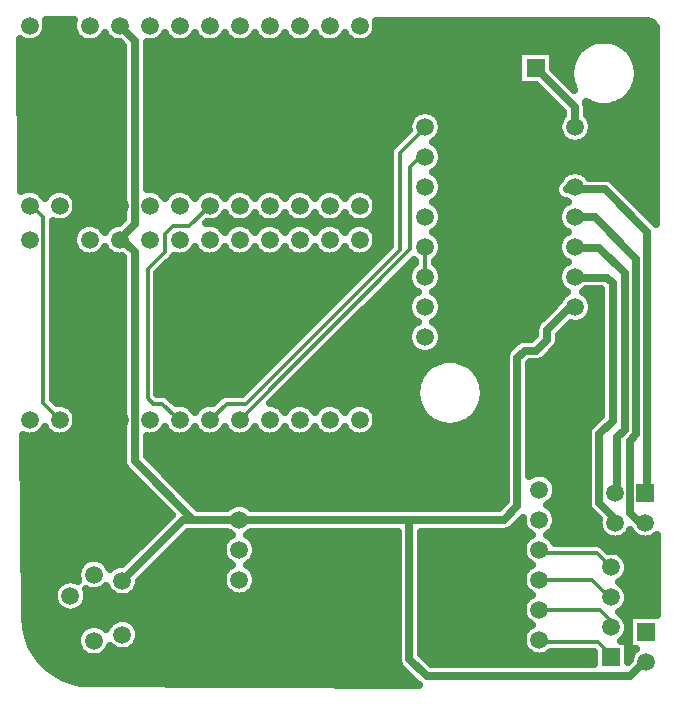
<source format=gbr>
G04 DipTrace 3.2.0.1*
G04 Top.gbr*
%MOIN*%
G04 #@! TF.FileFunction,Copper,L1,Top*
G04 #@! TF.Part,Single*
G04 #@! TA.AperFunction,Conductor*
%ADD13C,0.026*%
%ADD14C,0.012992*%
G04 #@! TA.AperFunction,CopperBalancing*
%ADD15C,0.025*%
G04 #@! TA.AperFunction,ComponentPad*
%ADD17C,0.059055*%
%ADD18R,0.059055X0.059055*%
%ADD19C,0.059055*%
%ADD20C,0.062992*%
%ADD21R,0.062992X0.062992*%
%ADD22R,0.079X0.052*%
G04 #@! TA.AperFunction,ViaPad*
%ADD23C,0.04*%
%FSLAX26Y26*%
G04*
G70*
G90*
G75*
G01*
G04 Top*
%LPD*%
X2521000Y516125D2*
D13*
Y523125D1*
X2467000Y469125D1*
X1789000D1*
X1732000Y526125D1*
Y991125D1*
X1165000D1*
X766000Y1924125D2*
Y1927125D1*
X817000Y1978125D1*
Y2587125D1*
X766000Y2638125D1*
X1165000Y991125D2*
X978000D1*
X775000Y788125D1*
X2284000Y1700125D2*
X2267000D1*
X2191000Y1624125D1*
Y1591125D1*
X2155000Y1555125D1*
X2116000D1*
X2092000Y1531125D1*
Y1036125D1*
X2047000Y991125D1*
X1165000D1*
X766000Y1924125D2*
X775000D1*
X817000Y1882125D1*
Y1186125D1*
X1012000Y991125D1*
X1165000D1*
X466000Y2038125D2*
D14*
X457000Y2029125D1*
X451000D1*
X469000Y2047125D1*
X481000D1*
Y2029125D1*
X511000Y1999125D1*
Y1379125D1*
X566000Y1324125D1*
X2284000Y2300125D2*
D13*
Y2366125D1*
X2153000Y2497125D1*
X1066000Y2038125D2*
D14*
X997000Y1969125D1*
X943000D1*
X916000Y1942125D1*
Y1885125D1*
X859000Y1828125D1*
Y1396125D1*
X877000Y1378125D1*
X907000D1*
X946000Y1339125D1*
Y1315125D1*
X957000D1*
X966000Y1324125D1*
X1784000Y1900125D2*
Y1800125D1*
Y2200125D2*
X1768000D1*
X1735000Y2167125D1*
Y1893125D1*
X1166000Y1324125D1*
X2404000Y532125D2*
Y556125D1*
X2401000Y553125D1*
Y544125D1*
X2362000Y583125D1*
X2165000D1*
Y591125D1*
X2404000Y632125D2*
Y655125D1*
X2368000Y691125D1*
X2165000D1*
X2404000Y732125D2*
Y712125D1*
X2401000Y715125D1*
Y730125D1*
X2340000Y791125D1*
X2165000D1*
X2404000Y832125D2*
X2386000D1*
Y850125D1*
X2356000Y880125D1*
X2149000D1*
X2160000Y891125D1*
X2165000D1*
X1784000Y2300125D2*
X1787000D1*
X1699000Y2212125D1*
Y1891125D1*
X1186000Y1378125D1*
X1123000D1*
X1081000Y1336125D1*
Y1324125D1*
X1066000D1*
X2418000Y981125D2*
D13*
X2432000D1*
X2365000Y1048125D1*
Y1276125D1*
X2410000Y1321125D1*
Y1780125D1*
X2392000Y1798125D1*
X2282000D1*
X2284000Y1800125D1*
X2418000Y1081125D2*
X2425000Y1088125D1*
Y1267125D1*
X2449000Y1291125D1*
Y1813125D1*
X2365000Y1897125D1*
X2281000D1*
X2284000Y1900125D1*
X2518000Y981125D2*
X2501000D1*
X2467000Y1015125D1*
Y1255125D1*
X2488000Y1276125D1*
Y1861125D1*
X2349000Y2000125D1*
X2284000D1*
X2518000Y1081125D2*
X2524000Y1087125D1*
Y1951125D1*
X2383000Y2092125D1*
X2257000D1*
X2265000Y2100125D1*
X2284000D1*
D23*
X724000Y2446125D3*
Y2311125D3*
X898000Y2455125D3*
X895000Y2368125D3*
X943000Y1201125D3*
X1081000Y1099125D3*
X751000Y1234125D3*
X694000Y1201125D3*
X1867000Y643125D3*
X1897000Y724125D3*
X2062000Y1792125D3*
X2050000Y1636125D3*
X2053000Y1984125D3*
X1036000Y802125D3*
X2275000Y1111125D3*
X2248000Y1039125D3*
X1213000Y2302125D3*
X1339000Y2296125D3*
X1537000Y1615125D3*
X1390000Y1681125D3*
X1465000Y1513125D3*
X1279000Y1555125D3*
X964000Y1666125D3*
X715000Y1687125D3*
X955000Y1531125D3*
X730000Y1525125D3*
X524442Y2641139D2*
D15*
X607538D1*
X1624437D2*
X2544962D1*
X520101Y2616270D2*
X611916D1*
X1620094D2*
X2552030D1*
X499432Y2591402D2*
X632585D1*
X699413D2*
X732594D1*
X899432D2*
X932577D1*
X999406D2*
X1032587D1*
X1099415D2*
X1132596D1*
X1199424D2*
X1232570D1*
X1299433D2*
X1332579D1*
X1399407D2*
X1432588D1*
X1499416D2*
X1532597D1*
X1599425D2*
X2368591D1*
X2391425D2*
X2552067D1*
X436024Y2566533D2*
X775009D1*
X858991D2*
X2306475D1*
X2453541D2*
X2552102D1*
X436276Y2541664D2*
X775009D1*
X858991D2*
X2092497D1*
X2213512D2*
X2283832D1*
X2476184D2*
X2552138D1*
X436491Y2516795D2*
X775009D1*
X858991D2*
X2092497D1*
X2213512D2*
X2271345D1*
X2488635D2*
X2552175D1*
X436706Y2491927D2*
X775009D1*
X858991D2*
X2092497D1*
X2216562D2*
X2265604D1*
X2494412D2*
X2552210D1*
X436921Y2467058D2*
X775009D1*
X858991D2*
X2092497D1*
X2241429D2*
X2265531D1*
X2494484D2*
X2552245D1*
X437136Y2442189D2*
X775009D1*
X858991D2*
X2092497D1*
X2488887D2*
X2552282D1*
X437352Y2417320D2*
X775009D1*
X858991D2*
X2174457D1*
X2476650D2*
X2552318D1*
X437602Y2392452D2*
X775009D1*
X858991D2*
X2199325D1*
X2454438D2*
X2552318D1*
X437818Y2367583D2*
X775009D1*
X858991D2*
X2224193D1*
X2325972D2*
X2361881D1*
X2398135D2*
X2552353D1*
X438034Y2342714D2*
X775009D1*
X858991D2*
X1745102D1*
X1822912D2*
X2241991D1*
X2326008D2*
X2552390D1*
X438249Y2317845D2*
X775009D1*
X858991D2*
X1728345D1*
X1839634D2*
X2228356D1*
X2339644D2*
X2552425D1*
X438465Y2292976D2*
X775009D1*
X858991D2*
X1725941D1*
X1842073D2*
X2225915D1*
X2342084D2*
X2552461D1*
X438680Y2268108D2*
X775009D1*
X858991D2*
X1705810D1*
X1832493D2*
X2235531D1*
X2332467D2*
X2552497D1*
X438930Y2243239D2*
X775009D1*
X858991D2*
X1680942D1*
X1822266D2*
X2552533D1*
X439146Y2218370D2*
X775009D1*
X858991D2*
X1664113D1*
X1839491D2*
X2552568D1*
X439361Y2193501D2*
X775009D1*
X858991D2*
X1663503D1*
X1842146D2*
X2552605D1*
X439576Y2168633D2*
X775009D1*
X858991D2*
X1663503D1*
X1832852D2*
X2552640D1*
X439791Y2143764D2*
X775009D1*
X858991D2*
X1663503D1*
X1821656D2*
X2246369D1*
X2321630D2*
X2552677D1*
X440007Y2118895D2*
X775009D1*
X858991D2*
X1663503D1*
X1839276D2*
X2225449D1*
X2414606D2*
X2552713D1*
X440259Y2094026D2*
X559740D1*
X572273D2*
X775009D1*
X872268D2*
X959741D1*
X972255D2*
X1059751D1*
X1072283D2*
X1159760D1*
X1172230D2*
X1259734D1*
X1272270D2*
X1459752D1*
X1472268D2*
X1559761D1*
X1572244D2*
X1663503D1*
X1842181D2*
X2215042D1*
X2439474D2*
X2552748D1*
X615157Y2069158D2*
X775009D1*
X1615143D2*
X1663503D1*
X1833175D2*
X2222362D1*
X2464341D2*
X2552785D1*
X624201Y2044289D2*
X775009D1*
X1624185D2*
X1663503D1*
X1820974D2*
X2247014D1*
X2489210D2*
X2552820D1*
X621329Y2019420D2*
X775009D1*
X1621315D2*
X1663503D1*
X1839096D2*
X2228894D1*
X2514077D2*
X2552856D1*
X603711Y1994551D2*
X775009D1*
X1103720D2*
X1128290D1*
X1203730D2*
X1228262D1*
X1303703D2*
X1328272D1*
X1403713D2*
X1428281D1*
X1503722D2*
X1528290D1*
X1603731D2*
X1663503D1*
X1842253D2*
X2225736D1*
X2538945D2*
X2552892D1*
X546512Y1969683D2*
X630899D1*
X701101D2*
X730873D1*
X1101101D2*
X1130873D1*
X1201110D2*
X1230882D1*
X1301119D2*
X1330892D1*
X1401129D2*
X1430902D1*
X1501102D2*
X1530874D1*
X1601112D2*
X1663503D1*
X1833534D2*
X2234455D1*
X546512Y1944814D2*
X611450D1*
X1620560D2*
X1663503D1*
X1820293D2*
X2247697D1*
X546512Y1919945D2*
X607646D1*
X1624365D2*
X1663503D1*
X1838916D2*
X2229109D1*
X546512Y1895076D2*
X615576D1*
X1616399D2*
X1653778D1*
X1842290D2*
X2225699D1*
X546512Y1870207D2*
X648266D1*
X683732D2*
X748276D1*
X983724D2*
X1048268D1*
X1083734D2*
X1148277D1*
X1183743D2*
X1248251D1*
X1283717D2*
X1348260D1*
X1383726D2*
X1448269D1*
X1483735D2*
X1548278D1*
X1583744D2*
X1628909D1*
X1833857D2*
X2234133D1*
X546512Y1845339D2*
X775009D1*
X925377D2*
X1604042D1*
X1819575D2*
X2248415D1*
X546512Y1820470D2*
X775009D1*
X900509D2*
X1579175D1*
X1711492D2*
X1729314D1*
X1838701D2*
X2229289D1*
X546512Y1795601D2*
X775009D1*
X894480D2*
X1554307D1*
X1686623D2*
X1725654D1*
X1842361D2*
X2225664D1*
X546512Y1770732D2*
X775009D1*
X894480D2*
X1529438D1*
X1661756D2*
X1733799D1*
X1834215D2*
X2233810D1*
X546512Y1745864D2*
X775009D1*
X894480D2*
X1504571D1*
X1636888D2*
X1749157D1*
X1818857D2*
X2249133D1*
X2318867D2*
X2368017D1*
X546512Y1720995D2*
X775009D1*
X894480D2*
X1479703D1*
X1612021D2*
X1729493D1*
X1838486D2*
X2229504D1*
X2338496D2*
X2368017D1*
X546512Y1696126D2*
X775009D1*
X894480D2*
X1454836D1*
X1587152D2*
X1725618D1*
X1842398D2*
X2204635D1*
X2342371D2*
X2368017D1*
X546512Y1671257D2*
X775009D1*
X894480D2*
X1429969D1*
X1562285D2*
X1733476D1*
X1834503D2*
X2179768D1*
X2334513D2*
X2368017D1*
X546512Y1646389D2*
X775009D1*
X894480D2*
X1405100D1*
X1537417D2*
X1749911D1*
X1818104D2*
X2155869D1*
X2302361D2*
X2368017D1*
X546512Y1621520D2*
X775009D1*
X894480D2*
X1380232D1*
X1512550D2*
X1729709D1*
X1838270D2*
X2149016D1*
X2246740D2*
X2368017D1*
X546512Y1596651D2*
X775009D1*
X894480D2*
X1355365D1*
X1487682D2*
X1725581D1*
X1842433D2*
X2138178D1*
X2232996D2*
X2368017D1*
X546512Y1571782D2*
X775009D1*
X894480D2*
X1330497D1*
X1462814D2*
X1733154D1*
X1834825D2*
X2074304D1*
X2227937D2*
X2368017D1*
X546512Y1546913D2*
X775009D1*
X894480D2*
X1305630D1*
X1437946D2*
X1763978D1*
X1804037D2*
X2053277D1*
X2205151D2*
X2368017D1*
X546512Y1522045D2*
X775009D1*
X894480D2*
X1280761D1*
X1413079D2*
X1832265D1*
X1901749D2*
X2050010D1*
X2179098D2*
X2368017D1*
X546512Y1497176D2*
X775009D1*
X894480D2*
X1255894D1*
X1388211D2*
X1788415D1*
X1945564D2*
X2050010D1*
X2133992D2*
X2368017D1*
X546512Y1472307D2*
X775009D1*
X894480D2*
X1231026D1*
X1363343D2*
X1768068D1*
X1965946D2*
X2050010D1*
X2133992D2*
X2368017D1*
X546512Y1447438D2*
X775009D1*
X894480D2*
X1206159D1*
X1338475D2*
X1756909D1*
X1977106D2*
X2050010D1*
X2133992D2*
X2368017D1*
X546512Y1422570D2*
X775009D1*
X894480D2*
X1181290D1*
X1313608D2*
X1752172D1*
X1981807D2*
X2050010D1*
X2133992D2*
X2368017D1*
X546512Y1397701D2*
X775009D1*
X936572D2*
X1093411D1*
X1288740D2*
X1753070D1*
X1980909D2*
X2050010D1*
X2133992D2*
X2368017D1*
X596175Y1372832D2*
X775009D1*
X996176D2*
X1035816D1*
X1296203D2*
X1335808D1*
X1396177D2*
X1435818D1*
X1496186D2*
X1535827D1*
X1596196D2*
X1759707D1*
X1974272D2*
X2050010D1*
X2133992D2*
X2368017D1*
X619213Y1347963D2*
X775009D1*
X1619197D2*
X1773344D1*
X1960635D2*
X2050010D1*
X2133992D2*
X2368017D1*
X624524Y1323095D2*
X775009D1*
X1624508D2*
X1798176D1*
X1935840D2*
X2050010D1*
X2133992D2*
X2353591D1*
X618172Y1298226D2*
X775009D1*
X1618193D2*
X2050010D1*
X2133992D2*
X2329764D1*
X492219Y1273357D2*
X539789D1*
X592192D2*
X775009D1*
X892184D2*
X939790D1*
X992193D2*
X1039799D1*
X1092202D2*
X1139808D1*
X1192211D2*
X1239782D1*
X1292185D2*
X1339791D1*
X1392194D2*
X1439801D1*
X1492203D2*
X1539810D1*
X1592213D2*
X2050010D1*
X2133992D2*
X2323018D1*
X447759Y1248488D2*
X775009D1*
X858991D2*
X2050010D1*
X2133992D2*
X2323018D1*
X448009Y1223620D2*
X775009D1*
X858991D2*
X2050010D1*
X2133992D2*
X2323018D1*
X448224Y1198751D2*
X775009D1*
X862723D2*
X2050010D1*
X2133992D2*
X2323018D1*
X448440Y1173882D2*
X776948D1*
X887591D2*
X2050010D1*
X2133992D2*
X2323018D1*
X448655Y1149013D2*
X795751D1*
X912458D2*
X2050010D1*
X2133992D2*
X2323018D1*
X448870Y1124144D2*
X820618D1*
X937325D2*
X2050010D1*
X2212757D2*
X2323018D1*
X449085Y1099276D2*
X845487D1*
X962194D2*
X2050010D1*
X2222949D2*
X2323018D1*
X449337Y1074407D2*
X870354D1*
X987062D2*
X2050010D1*
X2220975D2*
X2323018D1*
X449552Y1049538D2*
X895222D1*
X1011965D2*
X2047068D1*
X2205042D2*
X2323018D1*
X449768Y1024669D2*
X920089D1*
X2212364D2*
X2330732D1*
X449983Y999801D2*
X928307D1*
X2222841D2*
X2354954D1*
X450198Y974932D2*
X903440D1*
X2089173D2*
X2108861D1*
X2221118D2*
X2359799D1*
X450413Y950063D2*
X878572D1*
X995315D2*
X1124378D1*
X1205633D2*
X1689984D1*
X1774001D2*
X2124399D1*
X2205617D2*
X2368878D1*
X450665Y925194D2*
X853703D1*
X970448D2*
X1118026D1*
X1211984D2*
X1689984D1*
X1774001D2*
X2118012D1*
X2211969D2*
X2412190D1*
X2423801D2*
X2512199D1*
X2523787D2*
X2554327D1*
X450881Y900326D2*
X828836D1*
X945580D2*
X1107226D1*
X1222785D2*
X1689984D1*
X1774001D2*
X2107247D1*
X2384966D2*
X2554364D1*
X451096Y875457D2*
X803969D1*
X920676D2*
X1108697D1*
X1221278D2*
X1689984D1*
X1774001D2*
X2108718D1*
X2442022D2*
X2554399D1*
X451311Y850588D2*
X640946D1*
X719042D2*
X779101D1*
X895808D2*
X1123840D1*
X1206171D2*
X1689984D1*
X1774001D2*
X2123824D1*
X2459390D2*
X2554434D1*
X451526Y825719D2*
X624297D1*
X870941D2*
X1118421D1*
X1211589D2*
X1689984D1*
X1774001D2*
X2118442D1*
X2462152D2*
X2554471D1*
X451777Y800851D2*
X621963D1*
X846072D2*
X1107333D1*
X1222677D2*
X1689984D1*
X1774001D2*
X2107318D1*
X2453003D2*
X2554507D1*
X451992Y775982D2*
X559130D1*
X832185D2*
X1108554D1*
X1221457D2*
X1689984D1*
X1774001D2*
X2108573D1*
X2441375D2*
X2554542D1*
X452207Y751113D2*
X545243D1*
X658757D2*
X730442D1*
X819554D2*
X1123266D1*
X1206709D2*
X1689984D1*
X1774001D2*
X2123286D1*
X2459210D2*
X2554542D1*
X452423Y726244D2*
X544526D1*
X659475D2*
X1689984D1*
X1774001D2*
X2118837D1*
X2462224D2*
X2554579D1*
X452638Y701375D2*
X556367D1*
X647633D2*
X1689984D1*
X1774001D2*
X2107425D1*
X2453325D2*
X2554614D1*
X452854Y676507D2*
X1689984D1*
X1774001D2*
X2108430D1*
X2440694D2*
X2554650D1*
X453930Y651638D2*
X737188D1*
X812808D2*
X1689984D1*
X1774001D2*
X2122748D1*
X456585Y626769D2*
X636928D1*
X830319D2*
X1689984D1*
X1774001D2*
X2119268D1*
X462291Y601900D2*
X623184D1*
X833190D2*
X1689984D1*
X1774001D2*
X2107533D1*
X471621Y577032D2*
X622573D1*
X824112D2*
X1689984D1*
X1774001D2*
X2108287D1*
X484504Y552163D2*
X634524D1*
X725466D2*
X769807D1*
X780202D2*
X1689984D1*
X1774001D2*
X2122245D1*
X2462512D2*
X2475597D1*
X501836Y527294D2*
X1689984D1*
X1789181D2*
X2345482D1*
X525125Y502425D2*
X1697915D1*
X558066Y477557D2*
X1722209D1*
X616773Y452688D2*
X1747076D1*
X516000Y1298861D2*
X511327Y1291193D1*
X505618Y1284507D1*
X498932Y1278798D1*
X491436Y1274204D1*
X483314Y1270840D1*
X474765Y1268788D1*
X466000Y1268097D1*
X457235Y1268788D1*
X448686Y1270840D1*
X445059Y1272177D1*
X450488Y662906D1*
X453185Y630643D1*
X460130Y600353D1*
X471289Y571352D1*
X486438Y544222D1*
X505274Y519509D1*
X527416Y497706D1*
X552419Y479259D1*
X579782Y464530D1*
X608951Y453823D1*
X638186Y447597D1*
X1763701Y438814D1*
X1754573Y447690D1*
X1701963Y500471D1*
X1698320Y505486D1*
X1695507Y511009D1*
X1693592Y516904D1*
X1692622Y523025D1*
X1692500Y562870D1*
Y951604D1*
X1204618Y951507D1*
X1197932Y945798D1*
X1190264Y941125D1*
X1197932Y936452D1*
X1204618Y930743D1*
X1210327Y924057D1*
X1214921Y916560D1*
X1218285Y908438D1*
X1220337Y899890D1*
X1221028Y891125D1*
X1220337Y882360D1*
X1218285Y873811D1*
X1214921Y865689D1*
X1210327Y858193D1*
X1204618Y851507D1*
X1197932Y845798D1*
X1190264Y841125D1*
X1197932Y836452D1*
X1204618Y830743D1*
X1210327Y824057D1*
X1214921Y816560D1*
X1218285Y808438D1*
X1220337Y799890D1*
X1221028Y791125D1*
X1220337Y782360D1*
X1218285Y773811D1*
X1214921Y765689D1*
X1210327Y758193D1*
X1204618Y751507D1*
X1197932Y745798D1*
X1190436Y741204D1*
X1182314Y737840D1*
X1173765Y735788D1*
X1165000Y735097D1*
X1156235Y735788D1*
X1147686Y737840D1*
X1139564Y741204D1*
X1132068Y745798D1*
X1125382Y751507D1*
X1119673Y758193D1*
X1115079Y765689D1*
X1111715Y773811D1*
X1109663Y782360D1*
X1108972Y791125D1*
X1109663Y799890D1*
X1111715Y808438D1*
X1115079Y816560D1*
X1119673Y824057D1*
X1125382Y830743D1*
X1132068Y836452D1*
X1139736Y841125D1*
X1132068Y845798D1*
X1125382Y851507D1*
X1119673Y858193D1*
X1115079Y865689D1*
X1111715Y873811D1*
X1109663Y882360D1*
X1108972Y891125D1*
X1109663Y899890D1*
X1111715Y908438D1*
X1115079Y916560D1*
X1119673Y924057D1*
X1125382Y930743D1*
X1132068Y936452D1*
X1139736Y941125D1*
X1132068Y945798D1*
X1125277Y951621D1*
X994370Y951625D1*
X831028Y788125D1*
X830337Y779360D1*
X828285Y770811D1*
X824921Y762689D1*
X820327Y755193D1*
X814618Y748507D1*
X807932Y742798D1*
X800436Y738204D1*
X792314Y734840D1*
X783765Y732788D1*
X775000Y732097D1*
X766235Y732788D1*
X757686Y734840D1*
X749564Y738204D1*
X742068Y742798D1*
X735382Y748507D1*
X729673Y755193D1*
X725079Y762689D1*
X721732Y770763D1*
X716387Y765521D1*
X709274Y760353D1*
X701441Y756362D1*
X693079Y753646D1*
X684396Y752270D1*
X675604D1*
X666921Y753646D1*
X658559Y756362D1*
X653762Y758566D1*
X656479Y750204D1*
X657854Y741521D1*
Y732728D1*
X656479Y724046D1*
X653762Y715684D1*
X649772Y707851D1*
X644604Y700738D1*
X638387Y694521D1*
X631274Y689353D1*
X623441Y685362D1*
X615079Y682646D1*
X606396Y681270D1*
X597604D1*
X588921Y682646D1*
X580559Y685362D1*
X572726Y689353D1*
X565613Y694521D1*
X559396Y700738D1*
X554228Y707851D1*
X550238Y715684D1*
X547521Y724046D1*
X546146Y732728D1*
Y741521D1*
X547521Y750204D1*
X550238Y758566D1*
X554228Y766399D1*
X559396Y773512D1*
X565613Y779728D1*
X572726Y784896D1*
X580559Y788887D1*
X588921Y791604D1*
X597604Y792979D1*
X606396D1*
X615079Y791604D1*
X623441Y788887D1*
X628238Y786684D1*
X625521Y795046D1*
X624146Y803728D1*
Y812521D1*
X625521Y821204D1*
X628238Y829566D1*
X632228Y837399D1*
X637396Y844512D1*
X643613Y850728D1*
X650726Y855896D1*
X658559Y859887D1*
X666921Y862604D1*
X675604Y863979D1*
X684396D1*
X693079Y862604D1*
X701441Y859887D1*
X709274Y855896D1*
X716387Y850728D1*
X722604Y844512D1*
X727772Y837399D1*
X731762Y829566D1*
X733268Y825487D1*
X738613Y830728D1*
X745726Y835896D1*
X753559Y839887D1*
X761921Y842604D1*
X770604Y843979D1*
X775155Y844146D1*
X939125Y1008112D1*
X786965Y1160471D1*
X783320Y1165486D1*
X780507Y1171009D1*
X778592Y1176904D1*
X777622Y1183025D1*
X777500Y1222870D1*
Y1865735D1*
X774530Y1868734D1*
X766000Y1868097D1*
X757235Y1868788D1*
X748686Y1870840D1*
X740564Y1874204D1*
X733068Y1878798D1*
X726382Y1884507D1*
X720673Y1891193D1*
X716000Y1898861D1*
X711327Y1891193D1*
X705618Y1884507D1*
X698932Y1878798D1*
X691436Y1874204D1*
X683314Y1870840D1*
X674765Y1868788D1*
X666000Y1868097D1*
X657235Y1868788D1*
X648686Y1870840D1*
X640564Y1874204D1*
X633068Y1878798D1*
X626382Y1884507D1*
X620673Y1891193D1*
X616079Y1898689D1*
X612715Y1906811D1*
X610663Y1915360D1*
X609972Y1924125D1*
X610663Y1932890D1*
X612715Y1941438D1*
X616079Y1949560D1*
X620673Y1957057D1*
X626382Y1963743D1*
X633068Y1969452D1*
X640564Y1974046D1*
X648686Y1977410D1*
X657235Y1979462D1*
X666000Y1980152D1*
X674765Y1979462D1*
X683314Y1977410D1*
X691436Y1974046D1*
X698932Y1969452D1*
X705618Y1963743D1*
X711327Y1957057D1*
X716000Y1949389D1*
X720673Y1957057D1*
X726382Y1963743D1*
X733068Y1969452D1*
X740564Y1974046D1*
X748686Y1977410D1*
X757235Y1979462D1*
X763064Y1980037D1*
X777475Y1994461D1*
X777500Y2570752D1*
X766000Y2582097D1*
X757235Y2582788D1*
X748686Y2584840D1*
X740564Y2588204D1*
X733068Y2592798D1*
X726382Y2598507D1*
X720673Y2605193D1*
X716000Y2612861D1*
X711327Y2605193D1*
X705618Y2598507D1*
X698932Y2592798D1*
X691436Y2588204D1*
X683314Y2584840D1*
X674765Y2582788D1*
X666000Y2582097D1*
X657235Y2582788D1*
X648686Y2584840D1*
X640564Y2588204D1*
X633068Y2592798D1*
X626382Y2598507D1*
X620673Y2605193D1*
X616079Y2612689D1*
X612715Y2620811D1*
X610663Y2629360D1*
X609972Y2638125D1*
X610663Y2646890D1*
X612715Y2655438D1*
X613101Y2656486D1*
X518904Y2656625D1*
X520479Y2651204D1*
X521854Y2642521D1*
Y2633728D1*
X520479Y2625046D1*
X517762Y2616684D1*
X513772Y2608851D1*
X508604Y2601738D1*
X502387Y2595521D1*
X495274Y2590353D1*
X487441Y2586362D1*
X479079Y2583646D1*
X470396Y2582270D1*
X461604D1*
X452921Y2583646D1*
X444559Y2586362D1*
X436726Y2590353D1*
X433311Y2592635D1*
X437814Y2086517D1*
X444559Y2089887D1*
X452921Y2092604D1*
X461604Y2093979D1*
X470396D1*
X479079Y2092604D1*
X487441Y2089887D1*
X495274Y2085896D1*
X502387Y2080728D1*
X508604Y2074512D1*
X513772Y2067399D1*
X516079Y2063560D1*
X520673Y2071057D1*
X526382Y2077743D1*
X533068Y2083452D1*
X540564Y2088046D1*
X548686Y2091410D1*
X557235Y2093462D1*
X566000Y2094152D1*
X574765Y2093462D1*
X583314Y2091410D1*
X591436Y2088046D1*
X598932Y2083452D1*
X605618Y2077743D1*
X611327Y2071057D1*
X615921Y2063560D1*
X619285Y2055438D1*
X621337Y2046890D1*
X622028Y2038125D1*
X621337Y2029360D1*
X619285Y2020811D1*
X615921Y2012689D1*
X611327Y2005193D1*
X605618Y1998507D1*
X598932Y1992798D1*
X591436Y1988204D1*
X583314Y1984840D1*
X574765Y1982788D1*
X566000Y1982097D1*
X557235Y1982788D1*
X548686Y1984840D1*
X543982Y1986629D1*
X543996Y1392790D1*
X557295Y1379494D1*
X566000Y1380152D1*
X574765Y1379462D1*
X583314Y1377410D1*
X591436Y1374046D1*
X598932Y1369452D1*
X605618Y1363743D1*
X611327Y1357057D1*
X615921Y1349560D1*
X619285Y1341438D1*
X621337Y1332890D1*
X622028Y1324125D1*
X621337Y1315360D1*
X619285Y1306811D1*
X615921Y1298689D1*
X611327Y1291193D1*
X605618Y1284507D1*
X598932Y1278798D1*
X591436Y1274204D1*
X583314Y1270840D1*
X574765Y1268788D1*
X566000Y1268097D1*
X557235Y1268788D1*
X548686Y1270840D1*
X540564Y1274204D1*
X533068Y1278798D1*
X526382Y1284507D1*
X520673Y1291193D1*
X516000Y1298861D1*
X916000D2*
X911327Y1291193D1*
X905618Y1284507D1*
X898932Y1278798D1*
X891436Y1274204D1*
X883314Y1270840D1*
X874765Y1268788D1*
X866000Y1268097D1*
X857235Y1268788D1*
X856510Y1268931D1*
X856500Y1202515D1*
X1028360Y1030627D1*
X1125382Y1030743D1*
X1132068Y1036452D1*
X1139564Y1041046D1*
X1147686Y1044410D1*
X1156235Y1046462D1*
X1165000Y1047152D1*
X1173765Y1046462D1*
X1182314Y1044410D1*
X1190436Y1041046D1*
X1197932Y1036452D1*
X1204723Y1030629D1*
X2030634Y1030625D1*
X2052487Y1052473D1*
X2052622Y1534225D1*
X2053592Y1540345D1*
X2055507Y1546240D1*
X2058320Y1551764D1*
X2061965Y1556778D1*
X2088070Y1583055D1*
X2092782Y1587081D1*
X2098067Y1590319D1*
X2103794Y1592692D1*
X2109820Y1594138D1*
X2116012Y1594625D1*
X2138643D1*
X2151504Y1607491D1*
X2151622Y1627225D1*
X2152592Y1633345D1*
X2154507Y1639240D1*
X2157320Y1644764D1*
X2160963Y1649778D1*
X2189052Y1678038D1*
X2232010Y1720996D1*
X2236228Y1729399D1*
X2241396Y1736512D1*
X2247613Y1742728D1*
X2254726Y1747896D1*
X2258564Y1750204D1*
X2251068Y1754798D1*
X2244382Y1760507D1*
X2238673Y1767193D1*
X2234079Y1774689D1*
X2230715Y1782811D1*
X2228663Y1791360D1*
X2227972Y1800125D1*
X2228663Y1808890D1*
X2230715Y1817438D1*
X2234079Y1825560D1*
X2238673Y1833057D1*
X2244382Y1839743D1*
X2251068Y1845452D1*
X2258736Y1850125D1*
X2251068Y1854798D1*
X2244382Y1860507D1*
X2238673Y1867193D1*
X2234079Y1874689D1*
X2230715Y1882811D1*
X2228663Y1891360D1*
X2227972Y1900125D1*
X2228663Y1908890D1*
X2230715Y1917438D1*
X2234079Y1925560D1*
X2238673Y1933057D1*
X2244382Y1939743D1*
X2251068Y1945452D1*
X2258736Y1950125D1*
X2251068Y1954798D1*
X2244382Y1960507D1*
X2238673Y1967193D1*
X2234079Y1974689D1*
X2230715Y1982811D1*
X2228663Y1991360D1*
X2227972Y2000125D1*
X2228663Y2008890D1*
X2230715Y2017438D1*
X2234079Y2025560D1*
X2238673Y2033057D1*
X2244382Y2039743D1*
X2251068Y2045452D1*
X2258736Y2050125D1*
X2253900Y2052747D1*
X2247780Y2053717D1*
X2241885Y2055631D1*
X2236361Y2058445D1*
X2231346Y2062089D1*
X2226965Y2066471D1*
X2223320Y2071486D1*
X2220507Y2077009D1*
X2218592Y2082904D1*
X2217622Y2089025D1*
Y2095225D1*
X2218592Y2101345D1*
X2220507Y2107240D1*
X2223320Y2112764D1*
X2226965Y2117778D1*
X2233588Y2124575D1*
X2236228Y2129399D1*
X2241396Y2136512D1*
X2247613Y2142728D1*
X2254726Y2147896D1*
X2262559Y2151887D1*
X2270921Y2154604D1*
X2279604Y2155979D1*
X2288396D1*
X2297079Y2154604D1*
X2305441Y2151887D1*
X2313274Y2147896D1*
X2320387Y2142728D1*
X2326604Y2136512D1*
X2330291Y2131614D1*
X2386100Y2131503D1*
X2392220Y2130533D1*
X2398115Y2128618D1*
X2403639Y2125805D1*
X2408654Y2122160D1*
X2436913Y2094072D1*
X2554043Y1976769D1*
X2555391Y1982375D1*
X2554328Y2630627D1*
X2552585Y2634293D1*
X2548054Y2640558D1*
X2542369Y2645791D1*
X2535753Y2649786D1*
X2528367Y2652398D1*
X2520840Y2653629D1*
X1619400Y2654978D1*
X1621337Y2646890D1*
X1622028Y2638125D1*
X1621337Y2629360D1*
X1619285Y2620811D1*
X1615921Y2612689D1*
X1611327Y2605193D1*
X1605618Y2598507D1*
X1598932Y2592798D1*
X1591436Y2588204D1*
X1583314Y2584840D1*
X1574765Y2582788D1*
X1566000Y2582097D1*
X1557235Y2582788D1*
X1548686Y2584840D1*
X1540564Y2588204D1*
X1533068Y2592798D1*
X1526382Y2598507D1*
X1520673Y2605193D1*
X1516000Y2612861D1*
X1511327Y2605193D1*
X1505618Y2598507D1*
X1498932Y2592798D1*
X1491436Y2588204D1*
X1483314Y2584840D1*
X1474765Y2582788D1*
X1466000Y2582097D1*
X1457235Y2582788D1*
X1448686Y2584840D1*
X1440564Y2588204D1*
X1433068Y2592798D1*
X1426382Y2598507D1*
X1420673Y2605193D1*
X1416000Y2612861D1*
X1411327Y2605193D1*
X1405618Y2598507D1*
X1398932Y2592798D1*
X1391436Y2588204D1*
X1383314Y2584840D1*
X1374765Y2582788D1*
X1366000Y2582097D1*
X1357235Y2582788D1*
X1348686Y2584840D1*
X1340564Y2588204D1*
X1333068Y2592798D1*
X1326382Y2598507D1*
X1320673Y2605193D1*
X1316000Y2612861D1*
X1311327Y2605193D1*
X1305618Y2598507D1*
X1298932Y2592798D1*
X1291436Y2588204D1*
X1283314Y2584840D1*
X1274765Y2582788D1*
X1266000Y2582097D1*
X1257235Y2582788D1*
X1248686Y2584840D1*
X1240564Y2588204D1*
X1233068Y2592798D1*
X1226382Y2598507D1*
X1220673Y2605193D1*
X1216000Y2612861D1*
X1211327Y2605193D1*
X1205618Y2598507D1*
X1198932Y2592798D1*
X1191436Y2588204D1*
X1183314Y2584840D1*
X1174765Y2582788D1*
X1166000Y2582097D1*
X1157235Y2582788D1*
X1148686Y2584840D1*
X1140564Y2588204D1*
X1133068Y2592798D1*
X1126382Y2598507D1*
X1120673Y2605193D1*
X1116000Y2612861D1*
X1111327Y2605193D1*
X1105618Y2598507D1*
X1098932Y2592798D1*
X1091436Y2588204D1*
X1083314Y2584840D1*
X1074765Y2582788D1*
X1066000Y2582097D1*
X1057235Y2582788D1*
X1048686Y2584840D1*
X1040564Y2588204D1*
X1033068Y2592798D1*
X1026382Y2598507D1*
X1020673Y2605193D1*
X1016000Y2612861D1*
X1011327Y2605193D1*
X1005618Y2598507D1*
X998932Y2592798D1*
X991436Y2588204D1*
X983314Y2584840D1*
X974765Y2582788D1*
X966000Y2582097D1*
X957235Y2582788D1*
X948686Y2584840D1*
X940564Y2588204D1*
X933068Y2592798D1*
X926382Y2598507D1*
X920673Y2605193D1*
X916000Y2612861D1*
X911327Y2605193D1*
X905618Y2598507D1*
X898932Y2592798D1*
X891436Y2588204D1*
X883314Y2584840D1*
X874765Y2582788D1*
X866000Y2582097D1*
X857235Y2582788D1*
X856510Y2582931D1*
X856500Y2093323D1*
X861604Y2093979D1*
X870396D1*
X879079Y2092604D1*
X887441Y2089887D1*
X895274Y2085896D1*
X902387Y2080728D1*
X908604Y2074512D1*
X913772Y2067399D1*
X916079Y2063560D1*
X920673Y2071057D1*
X926382Y2077743D1*
X933068Y2083452D1*
X940564Y2088046D1*
X948686Y2091410D1*
X957235Y2093462D1*
X966000Y2094152D1*
X974765Y2093462D1*
X983314Y2091410D1*
X991436Y2088046D1*
X998932Y2083452D1*
X1005618Y2077743D1*
X1011327Y2071057D1*
X1016000Y2063389D1*
X1020673Y2071057D1*
X1026382Y2077743D1*
X1033068Y2083452D1*
X1040564Y2088046D1*
X1048686Y2091410D1*
X1057235Y2093462D1*
X1066000Y2094152D1*
X1074765Y2093462D1*
X1083314Y2091410D1*
X1091436Y2088046D1*
X1098932Y2083452D1*
X1105618Y2077743D1*
X1111327Y2071057D1*
X1116000Y2063389D1*
X1120673Y2071057D1*
X1126382Y2077743D1*
X1133068Y2083452D1*
X1140564Y2088046D1*
X1148686Y2091410D1*
X1157235Y2093462D1*
X1166000Y2094152D1*
X1174765Y2093462D1*
X1183314Y2091410D1*
X1191436Y2088046D1*
X1198932Y2083452D1*
X1205618Y2077743D1*
X1211327Y2071057D1*
X1216000Y2063389D1*
X1220673Y2071057D1*
X1226382Y2077743D1*
X1233068Y2083452D1*
X1240564Y2088046D1*
X1248686Y2091410D1*
X1257235Y2093462D1*
X1266000Y2094152D1*
X1274765Y2093462D1*
X1283314Y2091410D1*
X1291436Y2088046D1*
X1298932Y2083452D1*
X1305618Y2077743D1*
X1311327Y2071057D1*
X1316000Y2063389D1*
X1320673Y2071057D1*
X1326382Y2077743D1*
X1333068Y2083452D1*
X1340564Y2088046D1*
X1348686Y2091410D1*
X1357235Y2093462D1*
X1366000Y2094152D1*
X1374765Y2093462D1*
X1383314Y2091410D1*
X1391436Y2088046D1*
X1398932Y2083452D1*
X1405618Y2077743D1*
X1411327Y2071057D1*
X1416000Y2063389D1*
X1420673Y2071057D1*
X1426382Y2077743D1*
X1433068Y2083452D1*
X1440564Y2088046D1*
X1448686Y2091410D1*
X1457235Y2093462D1*
X1466000Y2094152D1*
X1474765Y2093462D1*
X1483314Y2091410D1*
X1491436Y2088046D1*
X1498932Y2083452D1*
X1505618Y2077743D1*
X1511327Y2071057D1*
X1516000Y2063389D1*
X1520673Y2071057D1*
X1526382Y2077743D1*
X1533068Y2083452D1*
X1540564Y2088046D1*
X1548686Y2091410D1*
X1557235Y2093462D1*
X1566000Y2094152D1*
X1574765Y2093462D1*
X1583314Y2091410D1*
X1591436Y2088046D1*
X1598932Y2083452D1*
X1605618Y2077743D1*
X1611327Y2071057D1*
X1615921Y2063560D1*
X1619285Y2055438D1*
X1621337Y2046890D1*
X1622028Y2038125D1*
X1621337Y2029360D1*
X1619285Y2020811D1*
X1615921Y2012689D1*
X1611327Y2005193D1*
X1605618Y1998507D1*
X1598932Y1992798D1*
X1591436Y1988204D1*
X1583314Y1984840D1*
X1574765Y1982788D1*
X1566000Y1982097D1*
X1557235Y1982788D1*
X1548686Y1984840D1*
X1540564Y1988204D1*
X1533068Y1992798D1*
X1526382Y1998507D1*
X1520673Y2005193D1*
X1516000Y2012861D1*
X1511327Y2005193D1*
X1505618Y1998507D1*
X1498932Y1992798D1*
X1491436Y1988204D1*
X1483314Y1984840D1*
X1474765Y1982788D1*
X1466000Y1982097D1*
X1457235Y1982788D1*
X1448686Y1984840D1*
X1440564Y1988204D1*
X1433068Y1992798D1*
X1426382Y1998507D1*
X1420673Y2005193D1*
X1416000Y2012861D1*
X1411327Y2005193D1*
X1405618Y1998507D1*
X1398932Y1992798D1*
X1391436Y1988204D1*
X1383314Y1984840D1*
X1374765Y1982788D1*
X1366000Y1982097D1*
X1357235Y1982788D1*
X1348686Y1984840D1*
X1340564Y1988204D1*
X1333068Y1992798D1*
X1326382Y1998507D1*
X1320673Y2005193D1*
X1316000Y2012861D1*
X1311327Y2005193D1*
X1305618Y1998507D1*
X1298932Y1992798D1*
X1291436Y1988204D1*
X1283314Y1984840D1*
X1274765Y1982788D1*
X1266000Y1982097D1*
X1257235Y1982788D1*
X1248686Y1984840D1*
X1240564Y1988204D1*
X1233068Y1992798D1*
X1226382Y1998507D1*
X1220673Y2005193D1*
X1216000Y2012861D1*
X1211327Y2005193D1*
X1205618Y1998507D1*
X1198932Y1992798D1*
X1191436Y1988204D1*
X1183314Y1984840D1*
X1174765Y1982788D1*
X1166000Y1982097D1*
X1157235Y1982788D1*
X1148686Y1984840D1*
X1140564Y1988204D1*
X1133068Y1992798D1*
X1126382Y1998507D1*
X1120673Y2005193D1*
X1116000Y2012861D1*
X1111327Y2005193D1*
X1105618Y1998507D1*
X1098932Y1992798D1*
X1091436Y1988204D1*
X1083314Y1984840D1*
X1074765Y1982788D1*
X1066000Y1982097D1*
X1057320Y1982777D1*
X1053224Y1978685D1*
X1061604Y1979979D1*
X1070396D1*
X1079079Y1978604D1*
X1087441Y1975887D1*
X1095274Y1971896D1*
X1102387Y1966728D1*
X1108604Y1960512D1*
X1113772Y1953399D1*
X1116079Y1949560D1*
X1120673Y1957057D1*
X1126382Y1963743D1*
X1133068Y1969452D1*
X1140564Y1974046D1*
X1148686Y1977410D1*
X1157235Y1979462D1*
X1166000Y1980152D1*
X1174765Y1979462D1*
X1183314Y1977410D1*
X1191436Y1974046D1*
X1198932Y1969452D1*
X1205618Y1963743D1*
X1211327Y1957057D1*
X1216000Y1949389D1*
X1220673Y1957057D1*
X1226382Y1963743D1*
X1233068Y1969452D1*
X1240564Y1974046D1*
X1248686Y1977410D1*
X1257235Y1979462D1*
X1266000Y1980152D1*
X1274765Y1979462D1*
X1283314Y1977410D1*
X1291436Y1974046D1*
X1298932Y1969452D1*
X1305618Y1963743D1*
X1311327Y1957057D1*
X1316000Y1949389D1*
X1320673Y1957057D1*
X1326382Y1963743D1*
X1333068Y1969452D1*
X1340564Y1974046D1*
X1348686Y1977410D1*
X1357235Y1979462D1*
X1366000Y1980152D1*
X1374765Y1979462D1*
X1383314Y1977410D1*
X1391436Y1974046D1*
X1398932Y1969452D1*
X1405618Y1963743D1*
X1411327Y1957057D1*
X1416000Y1949389D1*
X1420673Y1957057D1*
X1426382Y1963743D1*
X1433068Y1969452D1*
X1440564Y1974046D1*
X1448686Y1977410D1*
X1457235Y1979462D1*
X1466000Y1980152D1*
X1474765Y1979462D1*
X1483314Y1977410D1*
X1491436Y1974046D1*
X1498932Y1969452D1*
X1505618Y1963743D1*
X1511327Y1957057D1*
X1516000Y1949389D1*
X1520673Y1957057D1*
X1526382Y1963743D1*
X1533068Y1969452D1*
X1540564Y1974046D1*
X1548686Y1977410D1*
X1557235Y1979462D1*
X1566000Y1980152D1*
X1574765Y1979462D1*
X1583314Y1977410D1*
X1591436Y1974046D1*
X1598932Y1969452D1*
X1605618Y1963743D1*
X1611327Y1957057D1*
X1615921Y1949560D1*
X1619285Y1941438D1*
X1621337Y1932890D1*
X1622028Y1924125D1*
X1621337Y1915360D1*
X1619285Y1906811D1*
X1615921Y1898689D1*
X1611327Y1891193D1*
X1605618Y1884507D1*
X1598932Y1878798D1*
X1591436Y1874204D1*
X1583314Y1870840D1*
X1574765Y1868788D1*
X1566000Y1868097D1*
X1557235Y1868788D1*
X1548686Y1870840D1*
X1540564Y1874204D1*
X1533068Y1878798D1*
X1526382Y1884507D1*
X1520673Y1891193D1*
X1516000Y1898861D1*
X1511327Y1891193D1*
X1505618Y1884507D1*
X1498932Y1878798D1*
X1491436Y1874204D1*
X1483314Y1870840D1*
X1474765Y1868788D1*
X1466000Y1868097D1*
X1457235Y1868788D1*
X1448686Y1870840D1*
X1440564Y1874204D1*
X1433068Y1878798D1*
X1426382Y1884507D1*
X1420673Y1891193D1*
X1416000Y1898861D1*
X1411327Y1891193D1*
X1405618Y1884507D1*
X1398932Y1878798D1*
X1391436Y1874204D1*
X1383314Y1870840D1*
X1374765Y1868788D1*
X1366000Y1868097D1*
X1357235Y1868788D1*
X1348686Y1870840D1*
X1340564Y1874204D1*
X1333068Y1878798D1*
X1326382Y1884507D1*
X1320673Y1891193D1*
X1316000Y1898861D1*
X1311327Y1891193D1*
X1305618Y1884507D1*
X1298932Y1878798D1*
X1291436Y1874204D1*
X1283314Y1870840D1*
X1274765Y1868788D1*
X1266000Y1868097D1*
X1257235Y1868788D1*
X1248686Y1870840D1*
X1240564Y1874204D1*
X1233068Y1878798D1*
X1226382Y1884507D1*
X1220673Y1891193D1*
X1216000Y1898861D1*
X1211327Y1891193D1*
X1205618Y1884507D1*
X1198932Y1878798D1*
X1191436Y1874204D1*
X1183314Y1870840D1*
X1174765Y1868788D1*
X1166000Y1868097D1*
X1157235Y1868788D1*
X1148686Y1870840D1*
X1140564Y1874204D1*
X1133068Y1878798D1*
X1126382Y1884507D1*
X1120673Y1891193D1*
X1116000Y1898861D1*
X1111327Y1891193D1*
X1105618Y1884507D1*
X1098932Y1878798D1*
X1091436Y1874204D1*
X1083314Y1870840D1*
X1074765Y1868788D1*
X1066000Y1868097D1*
X1057235Y1868788D1*
X1048686Y1870840D1*
X1040564Y1874204D1*
X1033068Y1878798D1*
X1026382Y1884507D1*
X1020673Y1891193D1*
X1016000Y1898861D1*
X1011327Y1891193D1*
X1005618Y1884507D1*
X998932Y1878798D1*
X991436Y1874204D1*
X983314Y1870840D1*
X974765Y1868788D1*
X966000Y1868097D1*
X957235Y1868788D1*
X948686Y1870840D1*
X946188Y1871761D1*
X942694Y1865730D1*
X939332Y1861793D1*
X892009Y1814471D1*
X891996Y1411114D1*
X909589Y1411020D1*
X914703Y1410209D1*
X919627Y1408609D1*
X924240Y1406259D1*
X928429Y1403215D1*
X953143Y1378646D1*
X961604Y1379979D1*
X970396D1*
X979079Y1378604D1*
X987441Y1375887D1*
X995274Y1371896D1*
X1002387Y1366728D1*
X1008604Y1360512D1*
X1013772Y1353399D1*
X1016079Y1349560D1*
X1020673Y1357057D1*
X1026382Y1363743D1*
X1033068Y1369452D1*
X1040564Y1374046D1*
X1048686Y1377410D1*
X1057235Y1379462D1*
X1066000Y1380152D1*
X1074765Y1379462D1*
X1077175Y1378983D1*
X1101571Y1403215D1*
X1105760Y1406259D1*
X1110373Y1408609D1*
X1115297Y1410209D1*
X1120411Y1411020D1*
X1172341Y1411121D1*
X1666012Y1904799D1*
X1666105Y2214714D1*
X1666916Y2219828D1*
X1668516Y2224752D1*
X1670866Y2229365D1*
X1673909Y2233554D1*
X1721138Y2280927D1*
X1729131Y2288920D1*
X1728146Y2295728D1*
Y2304521D1*
X1729521Y2313204D1*
X1732238Y2321566D1*
X1736228Y2329399D1*
X1741396Y2336512D1*
X1747613Y2342728D1*
X1754726Y2347896D1*
X1762559Y2351887D1*
X1770921Y2354604D1*
X1779604Y2355979D1*
X1788396D1*
X1797079Y2354604D1*
X1805441Y2351887D1*
X1813274Y2347896D1*
X1820387Y2342728D1*
X1826604Y2336512D1*
X1831772Y2329399D1*
X1835762Y2321566D1*
X1838479Y2313204D1*
X1839854Y2304521D1*
Y2295728D1*
X1838479Y2287046D1*
X1835762Y2278684D1*
X1831772Y2270851D1*
X1826604Y2263738D1*
X1820387Y2257521D1*
X1813274Y2252353D1*
X1809436Y2250046D1*
X1816932Y2245452D1*
X1823618Y2239743D1*
X1829327Y2233057D1*
X1833921Y2225560D1*
X1837285Y2217438D1*
X1839337Y2208890D1*
X1840028Y2200125D1*
X1839337Y2191360D1*
X1837285Y2182811D1*
X1833921Y2174689D1*
X1829327Y2167193D1*
X1823618Y2160507D1*
X1816932Y2154798D1*
X1809264Y2150125D1*
X1816932Y2145452D1*
X1823618Y2139743D1*
X1829327Y2133057D1*
X1833921Y2125560D1*
X1837285Y2117438D1*
X1839337Y2108890D1*
X1840028Y2100125D1*
X1839337Y2091360D1*
X1837285Y2082811D1*
X1833921Y2074689D1*
X1829327Y2067193D1*
X1823618Y2060507D1*
X1816932Y2054798D1*
X1809264Y2050125D1*
X1816932Y2045452D1*
X1823618Y2039743D1*
X1829327Y2033057D1*
X1833921Y2025560D1*
X1837285Y2017438D1*
X1839337Y2008890D1*
X1840028Y2000125D1*
X1839337Y1991360D1*
X1837285Y1982811D1*
X1833921Y1974689D1*
X1829327Y1967193D1*
X1823618Y1960507D1*
X1816932Y1954798D1*
X1809264Y1950125D1*
X1816932Y1945452D1*
X1823618Y1939743D1*
X1829327Y1933057D1*
X1833921Y1925560D1*
X1837285Y1917438D1*
X1839337Y1908890D1*
X1840028Y1900125D1*
X1839337Y1891360D1*
X1837285Y1882811D1*
X1833921Y1874689D1*
X1829327Y1867193D1*
X1823618Y1860507D1*
X1817000Y1854851D1*
X1816996Y1845402D1*
X1823618Y1839743D1*
X1829327Y1833057D1*
X1833921Y1825560D1*
X1837285Y1817438D1*
X1839337Y1808890D1*
X1840028Y1800125D1*
X1839337Y1791360D1*
X1837285Y1782811D1*
X1833921Y1774689D1*
X1829327Y1767193D1*
X1823618Y1760507D1*
X1816932Y1754798D1*
X1809264Y1750125D1*
X1816932Y1745452D1*
X1823618Y1739743D1*
X1829327Y1733057D1*
X1833921Y1725560D1*
X1837285Y1717438D1*
X1839337Y1708890D1*
X1840028Y1700125D1*
X1839337Y1691360D1*
X1837285Y1682811D1*
X1833921Y1674689D1*
X1829327Y1667193D1*
X1823618Y1660507D1*
X1816932Y1654798D1*
X1809264Y1650125D1*
X1816932Y1645452D1*
X1823618Y1639743D1*
X1829327Y1633057D1*
X1833921Y1625560D1*
X1837285Y1617438D1*
X1839337Y1608890D1*
X1840028Y1600125D1*
X1839337Y1591360D1*
X1837285Y1582811D1*
X1833921Y1574689D1*
X1829327Y1567193D1*
X1823618Y1560507D1*
X1816932Y1554798D1*
X1809436Y1550204D1*
X1801314Y1546840D1*
X1792765Y1544788D1*
X1784000Y1544097D1*
X1775235Y1544788D1*
X1766686Y1546840D1*
X1758564Y1550204D1*
X1751068Y1554798D1*
X1744382Y1560507D1*
X1738673Y1567193D1*
X1734079Y1574689D1*
X1730715Y1582811D1*
X1728663Y1591360D1*
X1727972Y1600125D1*
X1728663Y1608890D1*
X1730715Y1617438D1*
X1734079Y1625560D1*
X1738673Y1633057D1*
X1744382Y1639743D1*
X1751068Y1645452D1*
X1758736Y1650125D1*
X1751068Y1654798D1*
X1744382Y1660507D1*
X1738673Y1667193D1*
X1734079Y1674689D1*
X1730715Y1682811D1*
X1728663Y1691360D1*
X1727972Y1700125D1*
X1728663Y1708890D1*
X1730715Y1717438D1*
X1734079Y1725560D1*
X1738673Y1733057D1*
X1744382Y1739743D1*
X1751068Y1745452D1*
X1758736Y1750125D1*
X1751068Y1754798D1*
X1744382Y1760507D1*
X1738673Y1767193D1*
X1734079Y1774689D1*
X1730715Y1782811D1*
X1728663Y1791360D1*
X1727972Y1800125D1*
X1728663Y1808890D1*
X1730715Y1817438D1*
X1734079Y1825560D1*
X1738673Y1833057D1*
X1744382Y1839743D1*
X1751000Y1845399D1*
X1751004Y1854848D1*
X1746818Y1858256D1*
X1268640Y1380101D1*
X1274765Y1379462D1*
X1283314Y1377410D1*
X1291436Y1374046D1*
X1298932Y1369452D1*
X1305618Y1363743D1*
X1311327Y1357057D1*
X1316000Y1349389D1*
X1320673Y1357057D1*
X1326382Y1363743D1*
X1333068Y1369452D1*
X1340564Y1374046D1*
X1348686Y1377410D1*
X1357235Y1379462D1*
X1366000Y1380152D1*
X1374765Y1379462D1*
X1383314Y1377410D1*
X1391436Y1374046D1*
X1398932Y1369452D1*
X1405618Y1363743D1*
X1411327Y1357057D1*
X1416000Y1349389D1*
X1420673Y1357057D1*
X1426382Y1363743D1*
X1433068Y1369452D1*
X1440564Y1374046D1*
X1448686Y1377410D1*
X1457235Y1379462D1*
X1466000Y1380152D1*
X1474765Y1379462D1*
X1483314Y1377410D1*
X1491436Y1374046D1*
X1498932Y1369452D1*
X1505618Y1363743D1*
X1511327Y1357057D1*
X1516000Y1349389D1*
X1520673Y1357057D1*
X1526382Y1363743D1*
X1533068Y1369452D1*
X1540564Y1374046D1*
X1548686Y1377410D1*
X1557235Y1379462D1*
X1566000Y1380152D1*
X1574765Y1379462D1*
X1583314Y1377410D1*
X1591436Y1374046D1*
X1598932Y1369452D1*
X1605618Y1363743D1*
X1611327Y1357057D1*
X1615921Y1349560D1*
X1619285Y1341438D1*
X1621337Y1332890D1*
X1622028Y1324125D1*
X1621337Y1315360D1*
X1619285Y1306811D1*
X1615921Y1298689D1*
X1611327Y1291193D1*
X1605618Y1284507D1*
X1598932Y1278798D1*
X1591436Y1274204D1*
X1583314Y1270840D1*
X1574765Y1268788D1*
X1566000Y1268097D1*
X1557235Y1268788D1*
X1548686Y1270840D1*
X1540564Y1274204D1*
X1533068Y1278798D1*
X1526382Y1284507D1*
X1520673Y1291193D1*
X1516000Y1298861D1*
X1511327Y1291193D1*
X1505618Y1284507D1*
X1498932Y1278798D1*
X1491436Y1274204D1*
X1483314Y1270840D1*
X1474765Y1268788D1*
X1466000Y1268097D1*
X1457235Y1268788D1*
X1448686Y1270840D1*
X1440564Y1274204D1*
X1433068Y1278798D1*
X1426382Y1284507D1*
X1420673Y1291193D1*
X1416000Y1298861D1*
X1411327Y1291193D1*
X1405618Y1284507D1*
X1398932Y1278798D1*
X1391436Y1274204D1*
X1383314Y1270840D1*
X1374765Y1268788D1*
X1366000Y1268097D1*
X1357235Y1268788D1*
X1348686Y1270840D1*
X1340564Y1274204D1*
X1333068Y1278798D1*
X1326382Y1284507D1*
X1320673Y1291193D1*
X1316000Y1298861D1*
X1311327Y1291193D1*
X1305618Y1284507D1*
X1298932Y1278798D1*
X1291436Y1274204D1*
X1283314Y1270840D1*
X1274765Y1268788D1*
X1266000Y1268097D1*
X1257235Y1268788D1*
X1248686Y1270840D1*
X1240564Y1274204D1*
X1233068Y1278798D1*
X1226382Y1284507D1*
X1220673Y1291193D1*
X1216000Y1298861D1*
X1211327Y1291193D1*
X1205618Y1284507D1*
X1198932Y1278798D1*
X1191436Y1274204D1*
X1183314Y1270840D1*
X1174765Y1268788D1*
X1166000Y1268097D1*
X1157235Y1268788D1*
X1148686Y1270840D1*
X1140564Y1274204D1*
X1133068Y1278798D1*
X1126382Y1284507D1*
X1120673Y1291193D1*
X1116000Y1298861D1*
X1111327Y1291193D1*
X1105618Y1284507D1*
X1098932Y1278798D1*
X1091436Y1274204D1*
X1083314Y1270840D1*
X1074765Y1268788D1*
X1066000Y1268097D1*
X1057235Y1268788D1*
X1048686Y1270840D1*
X1040564Y1274204D1*
X1033068Y1278798D1*
X1026382Y1284507D1*
X1020673Y1291193D1*
X1016000Y1298861D1*
X1011327Y1291193D1*
X1005618Y1284507D1*
X998932Y1278798D1*
X991436Y1274204D1*
X983314Y1270840D1*
X974765Y1268788D1*
X966000Y1268097D1*
X957235Y1268788D1*
X948686Y1270840D1*
X940564Y1274204D1*
X933068Y1278798D1*
X926382Y1284507D1*
X920673Y1291193D1*
X916000Y1298861D1*
X2220854Y1086728D2*
X2219479Y1078046D1*
X2216762Y1069684D1*
X2212772Y1061851D1*
X2207604Y1054738D1*
X2201387Y1048521D1*
X2194274Y1043353D1*
X2190436Y1041046D1*
X2197932Y1036452D1*
X2204618Y1030743D1*
X2210327Y1024057D1*
X2214921Y1016560D1*
X2218285Y1008438D1*
X2220337Y999890D1*
X2221028Y991125D1*
X2220337Y982360D1*
X2218285Y973811D1*
X2214921Y965689D1*
X2210327Y958193D1*
X2204618Y951507D1*
X2197932Y945798D1*
X2190264Y941125D1*
X2197932Y936452D1*
X2204618Y930743D1*
X2210327Y924057D1*
X2214921Y916560D1*
X2216510Y913112D1*
X2358589Y913020D1*
X2363703Y912209D1*
X2368627Y910609D1*
X2373240Y908259D1*
X2377429Y905215D1*
X2395293Y887496D1*
X2404000Y888152D1*
X2412765Y887462D1*
X2421314Y885410D1*
X2429436Y882046D1*
X2436932Y877452D1*
X2443618Y871743D1*
X2449327Y865057D1*
X2453921Y857560D1*
X2457285Y849438D1*
X2459337Y840890D1*
X2460028Y832125D1*
X2459337Y823360D1*
X2457285Y814811D1*
X2453921Y806689D1*
X2449327Y799193D1*
X2443618Y792507D1*
X2436932Y786798D1*
X2429264Y782125D1*
X2436932Y777452D1*
X2443618Y771743D1*
X2449327Y765057D1*
X2453921Y757560D1*
X2457285Y749438D1*
X2459337Y740890D1*
X2460028Y732125D1*
X2459337Y723360D1*
X2457285Y714811D1*
X2453921Y706689D1*
X2449327Y699193D1*
X2443618Y692507D1*
X2436932Y686798D1*
X2429264Y682125D1*
X2436932Y677452D1*
X2443618Y671743D1*
X2449327Y665057D1*
X2453921Y657560D1*
X2457285Y649438D1*
X2459337Y640890D1*
X2460028Y632125D1*
X2459337Y623360D1*
X2457285Y614811D1*
X2453921Y606689D1*
X2449327Y599193D1*
X2443618Y592507D1*
X2438646Y588148D1*
X2460028Y588152D1*
Y517999D1*
X2465433Y523419D1*
X2466521Y529204D1*
X2469238Y537566D1*
X2473228Y545399D1*
X2478396Y552512D1*
X2484613Y558728D1*
X2486354Y560101D1*
X2464972Y560097D1*
Y672152D1*
X2557159D1*
X2556803Y940694D1*
X2550932Y935798D1*
X2543436Y931204D1*
X2535314Y927840D1*
X2526765Y925788D1*
X2518000Y925097D1*
X2509235Y925788D1*
X2500686Y927840D1*
X2492564Y931204D1*
X2485068Y935798D1*
X2478382Y941507D1*
X2472673Y948193D1*
X2468000Y955861D1*
X2463327Y948193D1*
X2457618Y941507D1*
X2450932Y935798D1*
X2443436Y931204D1*
X2435314Y927840D1*
X2426765Y925788D1*
X2418000Y925097D1*
X2409235Y925788D1*
X2400686Y927840D1*
X2392564Y931204D1*
X2385068Y935798D1*
X2378382Y941507D1*
X2372673Y948193D1*
X2368079Y955689D1*
X2364715Y963811D1*
X2362663Y972360D1*
X2361972Y981125D1*
X2362663Y989890D1*
X2363444Y993816D1*
X2334965Y1022471D1*
X2331320Y1027486D1*
X2328507Y1033009D1*
X2326592Y1038904D1*
X2325622Y1045025D1*
X2325500Y1084870D1*
X2325622Y1279225D1*
X2326592Y1285345D1*
X2328507Y1291240D1*
X2331320Y1296764D1*
X2334965Y1301778D1*
X2363052Y1330038D1*
X2370487Y1337473D1*
X2370500Y1758589D1*
X2321631Y1758625D1*
X2316932Y1754798D1*
X2309264Y1750125D1*
X2316932Y1745452D1*
X2323618Y1739743D1*
X2329327Y1733057D1*
X2333921Y1725560D1*
X2337285Y1717438D1*
X2339337Y1708890D1*
X2340028Y1700125D1*
X2339337Y1691360D1*
X2337285Y1682811D1*
X2333921Y1674689D1*
X2329327Y1667193D1*
X2323618Y1660507D1*
X2316932Y1654798D1*
X2309436Y1650204D1*
X2301314Y1646840D1*
X2292765Y1644788D1*
X2284000Y1644097D1*
X2275235Y1644788D1*
X2268953Y1646201D1*
X2230507Y1607769D1*
X2230378Y1588025D1*
X2229408Y1581903D1*
X2227493Y1576009D1*
X2224680Y1570486D1*
X2221037Y1565471D1*
X2192948Y1537211D1*
X2180654Y1525088D1*
X2175639Y1521445D1*
X2170115Y1518631D1*
X2164222Y1516717D1*
X2158100Y1515747D1*
X2132357Y1515625D1*
X2131500Y1512752D1*
Y1136004D1*
X2135726Y1138896D1*
X2143559Y1142887D1*
X2151921Y1145604D1*
X2160604Y1146979D1*
X2169396D1*
X2178079Y1145604D1*
X2186441Y1142887D1*
X2194274Y1138896D1*
X2201387Y1133728D1*
X2207604Y1127512D1*
X2212772Y1120399D1*
X2216762Y1112566D1*
X2219479Y1104204D1*
X2220854Y1095521D1*
Y1086728D1*
X2139736Y941125D2*
X2132068Y945798D1*
X2125382Y951507D1*
X2119673Y958193D1*
X2115079Y965689D1*
X2111715Y973811D1*
X2109663Y982360D1*
X2108972Y991125D1*
X2109398Y997654D1*
X2072654Y961089D1*
X2067639Y957445D1*
X2062115Y954631D1*
X2056220Y952717D1*
X2050100Y951747D1*
X2010255Y951625D1*
X1771517D1*
X1771500Y542465D1*
X1805375Y508610D1*
X2347969Y508625D1*
X2347972Y550126D1*
X2203213Y550129D1*
X2197932Y545798D1*
X2190436Y541204D1*
X2182314Y537840D1*
X2173765Y535788D1*
X2165000Y535097D1*
X2156235Y535788D1*
X2147686Y537840D1*
X2139564Y541204D1*
X2132068Y545798D1*
X2125382Y551507D1*
X2119673Y558193D1*
X2115079Y565689D1*
X2111715Y573811D1*
X2109663Y582360D1*
X2108972Y591125D1*
X2109663Y599890D1*
X2111715Y608438D1*
X2115079Y616560D1*
X2119673Y624057D1*
X2125382Y630743D1*
X2132068Y636452D1*
X2139736Y641125D1*
X2132068Y645798D1*
X2125382Y651507D1*
X2119673Y658193D1*
X2115079Y665689D1*
X2111715Y673811D1*
X2109663Y682360D1*
X2108972Y691125D1*
X2109663Y699890D1*
X2111715Y708438D1*
X2115079Y716560D1*
X2119673Y724057D1*
X2125382Y730743D1*
X2132068Y736452D1*
X2139736Y741125D1*
X2132068Y745798D1*
X2125382Y751507D1*
X2119673Y758193D1*
X2115079Y765689D1*
X2111715Y773811D1*
X2109663Y782360D1*
X2108972Y791125D1*
X2109663Y799890D1*
X2111715Y808438D1*
X2115079Y816560D1*
X2119673Y824057D1*
X2125382Y830743D1*
X2132068Y836452D1*
X2139736Y841125D1*
X2132068Y845798D1*
X2125382Y851507D1*
X2119673Y858193D1*
X2115079Y865689D1*
X2111715Y873811D1*
X2109663Y882360D1*
X2108972Y891125D1*
X2109663Y899890D1*
X2111715Y908438D1*
X2115079Y916560D1*
X2119673Y924057D1*
X2125382Y930743D1*
X2132068Y936452D1*
X2139736Y941125D1*
X2339854Y2295728D2*
X2338479Y2287046D1*
X2335762Y2278684D1*
X2331772Y2270851D1*
X2326604Y2263738D1*
X2320387Y2257521D1*
X2313274Y2252353D1*
X2305441Y2248362D1*
X2297079Y2245646D1*
X2288396Y2244270D1*
X2279604D1*
X2270921Y2245646D1*
X2262559Y2248362D1*
X2254726Y2252353D1*
X2247613Y2257521D1*
X2241396Y2263738D1*
X2236228Y2270851D1*
X2232238Y2278684D1*
X2229521Y2287046D1*
X2228146Y2295728D1*
Y2304521D1*
X2229521Y2313204D1*
X2232238Y2321566D1*
X2236228Y2329399D1*
X2241396Y2336512D1*
X2244496Y2339848D1*
X2244500Y2349752D1*
X2155157Y2439106D1*
X2095004Y2439129D1*
Y2555121D1*
X2210996D1*
Y2495015D1*
X2281538Y2424448D1*
X2275942Y2436022D1*
X2272882Y2444320D1*
X2270480Y2452832D1*
X2268756Y2461505D1*
X2267717Y2470288D1*
X2267369Y2479125D1*
X2267717Y2487962D1*
X2268756Y2496744D1*
X2270480Y2505417D1*
X2272882Y2513929D1*
X2275942Y2522227D1*
X2279644Y2530259D1*
X2283966Y2537974D1*
X2288879Y2545328D1*
X2294354Y2552273D1*
X2300358Y2558767D1*
X2306852Y2564770D1*
X2313797Y2570246D1*
X2321151Y2575159D1*
X2328866Y2579480D1*
X2336898Y2583183D1*
X2345196Y2586243D1*
X2353707Y2588644D1*
X2362381Y2590369D1*
X2371163Y2591408D1*
X2380000Y2591756D1*
X2388837Y2591408D1*
X2397619Y2590369D1*
X2406293Y2588644D1*
X2414804Y2586243D1*
X2423102Y2583183D1*
X2431134Y2579480D1*
X2438849Y2575159D1*
X2446203Y2570246D1*
X2453148Y2564770D1*
X2459642Y2558767D1*
X2465646Y2552273D1*
X2471121Y2545328D1*
X2476034Y2537974D1*
X2480356Y2530259D1*
X2484058Y2522227D1*
X2487118Y2513929D1*
X2489520Y2505417D1*
X2491244Y2496744D1*
X2492283Y2487962D1*
X2492631Y2479125D1*
X2492283Y2470288D1*
X2491244Y2461505D1*
X2489520Y2452832D1*
X2487118Y2444320D1*
X2484058Y2436022D1*
X2480356Y2427991D1*
X2476034Y2420276D1*
X2471121Y2412921D1*
X2465646Y2405976D1*
X2459642Y2399483D1*
X2453148Y2393479D1*
X2446203Y2388004D1*
X2438849Y2383091D1*
X2431134Y2378769D1*
X2423102Y2375067D1*
X2414804Y2372007D1*
X2406293Y2369605D1*
X2397619Y2367881D1*
X2388837Y2366841D1*
X2380000Y2366494D1*
X2371163Y2366841D1*
X2362381Y2367881D1*
X2353707Y2369605D1*
X2345196Y2372007D1*
X2336898Y2375067D1*
X2328866Y2378769D1*
X2318938Y2384568D1*
X2321567Y2378331D1*
X2323014Y2372305D1*
X2323500Y2366113D1*
X2323618Y2339743D1*
X2329327Y2333057D1*
X2333921Y2325560D1*
X2337285Y2317438D1*
X2339337Y2308890D1*
X2340028Y2300125D1*
X2339854Y2295728D1*
X733268Y570763D2*
X729921Y562689D1*
X725327Y555193D1*
X719618Y548507D1*
X712932Y542798D1*
X705436Y538204D1*
X697314Y534840D1*
X688765Y532788D1*
X680000Y532097D1*
X671235Y532788D1*
X662686Y534840D1*
X654564Y538204D1*
X647068Y542798D1*
X640382Y548507D1*
X634673Y555193D1*
X630079Y562689D1*
X626715Y570811D1*
X624663Y579360D1*
X623972Y588125D1*
X624663Y596890D1*
X626715Y605438D1*
X630079Y613560D1*
X634673Y621057D1*
X640382Y627743D1*
X647068Y633452D1*
X654564Y638046D1*
X662686Y641410D1*
X671235Y643462D1*
X680000Y644152D1*
X688765Y643462D1*
X697314Y641410D1*
X705436Y638046D1*
X712932Y633452D1*
X719618Y627743D1*
X721728Y625458D1*
X725079Y633560D1*
X729673Y641057D1*
X735382Y647743D1*
X742068Y653452D1*
X749564Y658046D1*
X757686Y661410D1*
X766235Y663462D1*
X775000Y664152D1*
X783765Y663462D1*
X792314Y661410D1*
X800436Y658046D1*
X807932Y653452D1*
X814618Y647743D1*
X820327Y641057D1*
X824921Y633560D1*
X828285Y625438D1*
X830337Y616890D1*
X831028Y608125D1*
X830337Y599360D1*
X828285Y590811D1*
X824921Y582689D1*
X820327Y575193D1*
X814618Y568507D1*
X807932Y562798D1*
X800436Y558204D1*
X792314Y554840D1*
X783765Y552788D1*
X775000Y552097D1*
X766235Y552788D1*
X757686Y554840D1*
X749564Y558204D1*
X742068Y562798D1*
X735382Y568507D1*
X733272Y570791D1*
X1979283Y1405288D2*
X1978244Y1396505D1*
X1976520Y1387832D1*
X1974118Y1379320D1*
X1971058Y1371022D1*
X1967356Y1362991D1*
X1963034Y1355276D1*
X1958121Y1347921D1*
X1952646Y1340976D1*
X1946642Y1334483D1*
X1940148Y1328479D1*
X1933203Y1323004D1*
X1925849Y1318091D1*
X1918134Y1313769D1*
X1910102Y1310067D1*
X1901804Y1307007D1*
X1893293Y1304605D1*
X1884619Y1302881D1*
X1875837Y1301841D1*
X1867000Y1301494D1*
X1858163Y1301841D1*
X1849381Y1302881D1*
X1840707Y1304605D1*
X1832196Y1307007D1*
X1823898Y1310067D1*
X1815866Y1313769D1*
X1808151Y1318091D1*
X1800797Y1323004D1*
X1793852Y1328479D1*
X1787358Y1334483D1*
X1781354Y1340976D1*
X1775879Y1347921D1*
X1770966Y1355276D1*
X1766644Y1362991D1*
X1762942Y1371022D1*
X1759882Y1379320D1*
X1757480Y1387832D1*
X1755756Y1396505D1*
X1754717Y1405288D1*
X1754369Y1414125D1*
X1754717Y1422962D1*
X1755756Y1431744D1*
X1757480Y1440417D1*
X1759882Y1448929D1*
X1762942Y1457227D1*
X1766644Y1465259D1*
X1770966Y1472974D1*
X1775879Y1480328D1*
X1781354Y1487273D1*
X1787358Y1493767D1*
X1793852Y1499770D1*
X1800797Y1505246D1*
X1808151Y1510159D1*
X1815866Y1514480D1*
X1823898Y1518183D1*
X1832196Y1521243D1*
X1840707Y1523644D1*
X1849381Y1525369D1*
X1858163Y1526408D1*
X1867000Y1526756D1*
X1875837Y1526408D1*
X1884619Y1525369D1*
X1893293Y1523644D1*
X1901804Y1521243D1*
X1910102Y1518183D1*
X1918134Y1514480D1*
X1925849Y1510159D1*
X1933203Y1505246D1*
X1940148Y1499770D1*
X1946642Y1493767D1*
X1952646Y1487273D1*
X1958121Y1480328D1*
X1963034Y1472974D1*
X1967356Y1465259D1*
X1971058Y1457227D1*
X1974118Y1448929D1*
X1976520Y1440417D1*
X1978244Y1431744D1*
X1979283Y1422962D1*
X1979631Y1414125D1*
X1979283Y1405288D1*
D17*
X466000Y1324125D3*
X566000D3*
X666000D3*
X766000D3*
X866000D3*
X966000D3*
X1066000D3*
X1166000D3*
X1266000D3*
X1366000D3*
X1466000D3*
X1566000D3*
X466000Y1924125D3*
X566000D3*
X666000D3*
X766000D3*
X866000D3*
X966000D3*
X1066000D3*
X1166000D3*
X1266000D3*
X1366000D3*
X1466000D3*
X1566000D3*
X466000Y2038125D3*
X566000D3*
X666000D3*
X766000D3*
X866000D3*
X966000D3*
X1066000D3*
X1166000D3*
X1266000D3*
X1366000D3*
X1466000D3*
X1566000D3*
X466000Y2638125D3*
X566000D3*
X666000D3*
X766000D3*
X866000D3*
X966000D3*
X1066000D3*
X1166000D3*
X1266000D3*
X1366000D3*
X1466000D3*
X1566000D3*
X1165000Y991125D3*
Y891125D3*
Y791125D3*
Y691125D3*
X2165000Y1091125D3*
Y991125D3*
Y891125D3*
Y791125D3*
Y691125D3*
Y591125D3*
D18*
X2284000Y1600125D3*
D19*
Y1700125D3*
Y1800125D3*
Y1900125D3*
Y2000125D3*
Y2100125D3*
Y2200125D3*
Y2300125D3*
X1784000D3*
Y2200125D3*
Y2100125D3*
Y2000125D3*
Y1900125D3*
Y1800125D3*
Y1700125D3*
Y1600125D3*
D18*
X2404000Y532125D3*
D19*
Y632125D3*
Y732125D3*
Y832125D3*
D18*
X2521000Y616125D3*
D19*
Y516125D3*
D18*
X2518000Y1081125D3*
D19*
Y981125D3*
X2418000Y1081125D3*
Y981125D3*
D20*
X2053000Y2497125D3*
D21*
X2153000D3*
D17*
X680000Y588125D3*
Y808125D3*
X602000Y647125D3*
Y737125D3*
X775000Y608125D3*
Y788125D3*
D22*
X696000Y513125D3*
Y883125D3*
M02*

</source>
